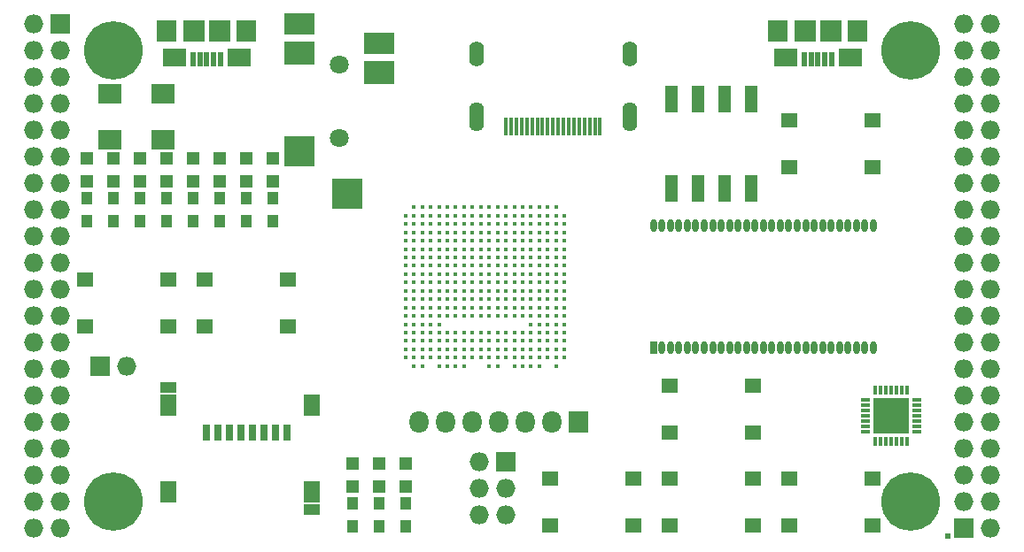
<source format=gts>
G04 #@! TF.FileFunction,Soldermask,Top*
%FSLAX46Y46*%
G04 Gerber Fmt 4.6, Leading zero omitted, Abs format (unit mm)*
G04 Created by KiCad (PCBNEW 4.0.7+dfsg1-1) date Fri Dec  8 15:08:00 2017*
%MOMM*%
%LPD*%
G01*
G04 APERTURE LIST*
%ADD10C,0.100000*%
%ADD11R,1.827200X1.827200*%
%ADD12O,1.827200X1.827200*%
%ADD13R,0.600000X0.600000*%
%ADD14C,5.600000*%
%ADD15R,1.000000X1.300000*%
%ADD16R,2.200000X1.700000*%
%ADD17R,2.000000X2.000000*%
%ADD18R,0.500000X1.450000*%
%ADD19R,1.900000X2.000000*%
%ADD20O,0.950000X0.400000*%
%ADD21O,0.400000X0.950000*%
%ADD22R,1.775000X1.775000*%
%ADD23R,1.827200X2.132000*%
%ADD24O,1.827200X2.132000*%
%ADD25R,1.650000X1.400000*%
%ADD26R,1.220000X2.540000*%
%ADD27C,0.430000*%
%ADD28R,1.300000X1.300000*%
%ADD29R,2.900000X2.100000*%
%ADD30R,2.900000X2.300000*%
%ADD31R,2.900000X2.900000*%
%ADD32C,1.800000*%
%ADD33O,1.400000X2.800000*%
%ADD34O,1.400000X2.400000*%
%ADD35R,0.350000X1.700000*%
%ADD36O,0.660000X1.200000*%
%ADD37R,0.660000X1.200000*%
%ADD38R,0.800000X1.600000*%
%ADD39R,1.550000X1.000000*%
%ADD40R,1.550000X2.100000*%
%ADD41R,2.300000X1.900000*%
G04 APERTURE END LIST*
D10*
D11*
X97910000Y-62690000D03*
D12*
X95370000Y-62690000D03*
X97910000Y-65230000D03*
X95370000Y-65230000D03*
X97910000Y-67770000D03*
X95370000Y-67770000D03*
X97910000Y-70310000D03*
X95370000Y-70310000D03*
X97910000Y-72850000D03*
X95370000Y-72850000D03*
X97910000Y-75390000D03*
X95370000Y-75390000D03*
X97910000Y-77930000D03*
X95370000Y-77930000D03*
X97910000Y-80470000D03*
X95370000Y-80470000D03*
X97910000Y-83010000D03*
X95370000Y-83010000D03*
X97910000Y-85550000D03*
X95370000Y-85550000D03*
X97910000Y-88090000D03*
X95370000Y-88090000D03*
X97910000Y-90630000D03*
X95370000Y-90630000D03*
X97910000Y-93170000D03*
X95370000Y-93170000D03*
X97910000Y-95710000D03*
X95370000Y-95710000D03*
X97910000Y-98250000D03*
X95370000Y-98250000D03*
X97910000Y-100790000D03*
X95370000Y-100790000D03*
X97910000Y-103330000D03*
X95370000Y-103330000D03*
X97910000Y-105870000D03*
X95370000Y-105870000D03*
X97910000Y-108410000D03*
X95370000Y-108410000D03*
X97910000Y-110950000D03*
X95370000Y-110950000D03*
D13*
X182675150Y-111637626D03*
D11*
X184270000Y-110950000D03*
D12*
X186810000Y-110950000D03*
X184270000Y-108410000D03*
X186810000Y-108410000D03*
X184270000Y-105870000D03*
X186810000Y-105870000D03*
X184270000Y-103330000D03*
X186810000Y-103330000D03*
X184270000Y-100790000D03*
X186810000Y-100790000D03*
X184270000Y-98250000D03*
X186810000Y-98250000D03*
X184270000Y-95710000D03*
X186810000Y-95710000D03*
X184270000Y-93170000D03*
X186810000Y-93170000D03*
X184270000Y-90630000D03*
X186810000Y-90630000D03*
X184270000Y-88090000D03*
X186810000Y-88090000D03*
X184270000Y-85550000D03*
X186810000Y-85550000D03*
X184270000Y-83010000D03*
X186810000Y-83010000D03*
X184270000Y-80470000D03*
X186810000Y-80470000D03*
X184270000Y-77930000D03*
X186810000Y-77930000D03*
X184270000Y-75390000D03*
X186810000Y-75390000D03*
X184270000Y-72850000D03*
X186810000Y-72850000D03*
X184270000Y-70310000D03*
X186810000Y-70310000D03*
X184270000Y-67770000D03*
X186810000Y-67770000D03*
X184270000Y-65230000D03*
X186810000Y-65230000D03*
X184270000Y-62690000D03*
X186810000Y-62690000D03*
D14*
X102990000Y-108410000D03*
X179190000Y-108410000D03*
X179190000Y-65230000D03*
X102990000Y-65230000D03*
D11*
X101720000Y-95456000D03*
D12*
X104260000Y-95456000D03*
D15*
X128390000Y-108580000D03*
X128390000Y-110780000D03*
X130930000Y-110780000D03*
X130930000Y-108580000D03*
D16*
X114980000Y-65875000D03*
X108780000Y-65875000D03*
D17*
X113080000Y-63325000D03*
X110680000Y-63325000D03*
D18*
X113180000Y-66000000D03*
X112530000Y-66000000D03*
X111880000Y-66000000D03*
X111230000Y-66000000D03*
X110580000Y-66000000D03*
D19*
X115680000Y-63325000D03*
X108080000Y-63325000D03*
D16*
X173400000Y-65875000D03*
X167200000Y-65875000D03*
D17*
X171500000Y-63325000D03*
X169100000Y-63325000D03*
D18*
X171600000Y-66000000D03*
X170950000Y-66000000D03*
X170300000Y-66000000D03*
X169650000Y-66000000D03*
X169000000Y-66000000D03*
D19*
X174100000Y-63325000D03*
X166500000Y-63325000D03*
D11*
X140455000Y-104600000D03*
D12*
X137915000Y-104600000D03*
X140455000Y-107140000D03*
X137915000Y-107140000D03*
X140455000Y-109680000D03*
X137915000Y-109680000D03*
D15*
X118230000Y-81570000D03*
X118230000Y-79370000D03*
X115690000Y-81570000D03*
X115690000Y-79370000D03*
X113150000Y-81570000D03*
X113150000Y-79370000D03*
X110610000Y-81570000D03*
X110610000Y-79370000D03*
X108070000Y-81570000D03*
X108070000Y-79370000D03*
X105530000Y-81570000D03*
X105530000Y-79370000D03*
X102990000Y-81570000D03*
X102990000Y-79370000D03*
X100450000Y-81570000D03*
X100450000Y-79370000D03*
D20*
X179735000Y-101655000D03*
X179735000Y-101155000D03*
X179735000Y-100655000D03*
X179735000Y-100155000D03*
X179735000Y-99655000D03*
X179735000Y-99155000D03*
X179735000Y-98655000D03*
D21*
X178785000Y-97705000D03*
X178285000Y-97705000D03*
X177785000Y-97705000D03*
X177285000Y-97705000D03*
X176785000Y-97705000D03*
X176285000Y-97705000D03*
X175785000Y-97705000D03*
D20*
X174835000Y-98655000D03*
X174835000Y-99155000D03*
X174835000Y-99655000D03*
X174835000Y-100155000D03*
X174835000Y-100655000D03*
X174835000Y-101155000D03*
X174835000Y-101655000D03*
D21*
X175785000Y-102605000D03*
X176285000Y-102605000D03*
X176785000Y-102605000D03*
X177285000Y-102605000D03*
X177785000Y-102605000D03*
X178285000Y-102605000D03*
X178785000Y-102605000D03*
D22*
X176447500Y-99317500D03*
X176447500Y-100992500D03*
X178122500Y-99317500D03*
X178122500Y-100992500D03*
D23*
X147440000Y-100790000D03*
D24*
X144900000Y-100790000D03*
X142360000Y-100790000D03*
X139820000Y-100790000D03*
X137280000Y-100790000D03*
X134740000Y-100790000D03*
X132200000Y-100790000D03*
D25*
X175550000Y-71870000D03*
X175550000Y-76370000D03*
X167590000Y-76370000D03*
X167590000Y-71870000D03*
X100280000Y-91610000D03*
X100280000Y-87110000D03*
X108240000Y-87110000D03*
X108240000Y-91610000D03*
X111710000Y-91610000D03*
X111710000Y-87110000D03*
X119670000Y-87110000D03*
X119670000Y-91610000D03*
X156160000Y-101770000D03*
X156160000Y-97270000D03*
X164120000Y-97270000D03*
X164120000Y-101770000D03*
X164120000Y-106160000D03*
X164120000Y-110660000D03*
X156160000Y-110660000D03*
X156160000Y-106160000D03*
X152690000Y-106160000D03*
X152690000Y-110660000D03*
X144730000Y-110660000D03*
X144730000Y-106160000D03*
X175550000Y-106160000D03*
X175550000Y-110660000D03*
X167590000Y-110660000D03*
X167590000Y-106160000D03*
D26*
X156330000Y-78425000D03*
X163950000Y-69815000D03*
X158870000Y-78425000D03*
X161410000Y-69815000D03*
X161410000Y-78425000D03*
X158870000Y-69815000D03*
X163950000Y-78425000D03*
X156330000Y-69815000D03*
D27*
X131680000Y-80200000D03*
X132480000Y-80200000D03*
X133280000Y-80200000D03*
X134080000Y-80200000D03*
X134880000Y-80200000D03*
X135680000Y-80200000D03*
X136480000Y-80200000D03*
X137280000Y-80200000D03*
X138080000Y-80200000D03*
X138880000Y-80200000D03*
X139680000Y-80200000D03*
X140480000Y-80200000D03*
X141280000Y-80200000D03*
X142080000Y-80200000D03*
X142880000Y-80200000D03*
X143680000Y-80200000D03*
X144480000Y-80200000D03*
X145280000Y-80200000D03*
X130880000Y-81000000D03*
X131680000Y-81000000D03*
X132480000Y-81000000D03*
X133280000Y-81000000D03*
X134080000Y-81000000D03*
X134880000Y-81000000D03*
X135680000Y-81000000D03*
X136480000Y-81000000D03*
X137280000Y-81000000D03*
X138080000Y-81000000D03*
X138880000Y-81000000D03*
X139680000Y-81000000D03*
X140480000Y-81000000D03*
X141280000Y-81000000D03*
X142080000Y-81000000D03*
X142880000Y-81000000D03*
X143680000Y-81000000D03*
X144480000Y-81000000D03*
X145280000Y-81000000D03*
X146080000Y-81000000D03*
X130880000Y-81800000D03*
X131680000Y-81800000D03*
X132480000Y-81800000D03*
X133280000Y-81800000D03*
X134080000Y-81800000D03*
X134880000Y-81800000D03*
X135680000Y-81800000D03*
X136480000Y-81800000D03*
X137280000Y-81800000D03*
X138080000Y-81800000D03*
X138880000Y-81800000D03*
X139680000Y-81800000D03*
X140480000Y-81800000D03*
X141280000Y-81800000D03*
X142080000Y-81800000D03*
X142880000Y-81800000D03*
X143680000Y-81800000D03*
X144480000Y-81800000D03*
X145280000Y-81800000D03*
X146080000Y-81800000D03*
X130880000Y-82600000D03*
X131680000Y-82600000D03*
X132480000Y-82600000D03*
X133280000Y-82600000D03*
X134080000Y-82600000D03*
X134880000Y-82600000D03*
X135680000Y-82600000D03*
X136480000Y-82600000D03*
X137280000Y-82600000D03*
X138080000Y-82600000D03*
X138880000Y-82600000D03*
X139680000Y-82600000D03*
X140480000Y-82600000D03*
X141280000Y-82600000D03*
X142080000Y-82600000D03*
X142880000Y-82600000D03*
X143680000Y-82600000D03*
X144480000Y-82600000D03*
X145280000Y-82600000D03*
X146080000Y-82600000D03*
X130880000Y-83400000D03*
X131680000Y-83400000D03*
X132480000Y-83400000D03*
X133280000Y-83400000D03*
X134080000Y-83400000D03*
X134880000Y-83400000D03*
X135680000Y-83400000D03*
X136480000Y-83400000D03*
X137280000Y-83400000D03*
X138080000Y-83400000D03*
X138880000Y-83400000D03*
X139680000Y-83400000D03*
X140480000Y-83400000D03*
X141280000Y-83400000D03*
X142080000Y-83400000D03*
X142880000Y-83400000D03*
X143680000Y-83400000D03*
X144480000Y-83400000D03*
X145280000Y-83400000D03*
X146080000Y-83400000D03*
X130880000Y-84200000D03*
X131680000Y-84200000D03*
X132480000Y-84200000D03*
X133280000Y-84200000D03*
X134080000Y-84200000D03*
X134880000Y-84200000D03*
X135680000Y-84200000D03*
X136480000Y-84200000D03*
X137280000Y-84200000D03*
X138080000Y-84200000D03*
X138880000Y-84200000D03*
X139680000Y-84200000D03*
X140480000Y-84200000D03*
X141280000Y-84200000D03*
X142080000Y-84200000D03*
X142880000Y-84200000D03*
X143680000Y-84200000D03*
X144480000Y-84200000D03*
X145280000Y-84200000D03*
X146080000Y-84200000D03*
X130880000Y-85000000D03*
X131680000Y-85000000D03*
X132480000Y-85000000D03*
X133280000Y-85000000D03*
X134080000Y-85000000D03*
X134880000Y-85000000D03*
X135680000Y-85000000D03*
X136480000Y-85000000D03*
X137280000Y-85000000D03*
X138080000Y-85000000D03*
X138880000Y-85000000D03*
X139680000Y-85000000D03*
X140480000Y-85000000D03*
X141280000Y-85000000D03*
X142080000Y-85000000D03*
X142880000Y-85000000D03*
X143680000Y-85000000D03*
X144480000Y-85000000D03*
X145280000Y-85000000D03*
X146080000Y-85000000D03*
X130880000Y-85800000D03*
X131680000Y-85800000D03*
X132480000Y-85800000D03*
X133280000Y-85800000D03*
X134080000Y-85800000D03*
X134880000Y-85800000D03*
X135680000Y-85800000D03*
X136480000Y-85800000D03*
X137280000Y-85800000D03*
X138080000Y-85800000D03*
X138880000Y-85800000D03*
X139680000Y-85800000D03*
X140480000Y-85800000D03*
X141280000Y-85800000D03*
X142080000Y-85800000D03*
X142880000Y-85800000D03*
X143680000Y-85800000D03*
X144480000Y-85800000D03*
X145280000Y-85800000D03*
X146080000Y-85800000D03*
X130880000Y-86600000D03*
X131680000Y-86600000D03*
X132480000Y-86600000D03*
X133280000Y-86600000D03*
X134080000Y-86600000D03*
X134880000Y-86600000D03*
X135680000Y-86600000D03*
X136480000Y-86600000D03*
X137280000Y-86600000D03*
X138080000Y-86600000D03*
X138880000Y-86600000D03*
X139680000Y-86600000D03*
X140480000Y-86600000D03*
X141280000Y-86600000D03*
X142080000Y-86600000D03*
X142880000Y-86600000D03*
X143680000Y-86600000D03*
X144480000Y-86600000D03*
X145280000Y-86600000D03*
X146080000Y-86600000D03*
X130880000Y-87400000D03*
X131680000Y-87400000D03*
X132480000Y-87400000D03*
X133280000Y-87400000D03*
X134080000Y-87400000D03*
X134880000Y-87400000D03*
X135680000Y-87400000D03*
X136480000Y-87400000D03*
X137280000Y-87400000D03*
X138080000Y-87400000D03*
X138880000Y-87400000D03*
X139680000Y-87400000D03*
X140480000Y-87400000D03*
X141280000Y-87400000D03*
X142080000Y-87400000D03*
X142880000Y-87400000D03*
X143680000Y-87400000D03*
X144480000Y-87400000D03*
X145280000Y-87400000D03*
X146080000Y-87400000D03*
X130880000Y-88200000D03*
X131680000Y-88200000D03*
X132480000Y-88200000D03*
X133280000Y-88200000D03*
X134080000Y-88200000D03*
X134880000Y-88200000D03*
X135680000Y-88200000D03*
X136480000Y-88200000D03*
X137280000Y-88200000D03*
X138080000Y-88200000D03*
X138880000Y-88200000D03*
X139680000Y-88200000D03*
X140480000Y-88200000D03*
X141280000Y-88200000D03*
X142080000Y-88200000D03*
X142880000Y-88200000D03*
X143680000Y-88200000D03*
X144480000Y-88200000D03*
X145280000Y-88200000D03*
X146080000Y-88200000D03*
X130880000Y-89000000D03*
X131680000Y-89000000D03*
X132480000Y-89000000D03*
X133280000Y-89000000D03*
X134080000Y-89000000D03*
X134880000Y-89000000D03*
X135680000Y-89000000D03*
X136480000Y-89000000D03*
X137280000Y-89000000D03*
X138080000Y-89000000D03*
X138880000Y-89000000D03*
X139680000Y-89000000D03*
X140480000Y-89000000D03*
X141280000Y-89000000D03*
X142080000Y-89000000D03*
X142880000Y-89000000D03*
X143680000Y-89000000D03*
X144480000Y-89000000D03*
X145280000Y-89000000D03*
X146080000Y-89000000D03*
X130880000Y-89800000D03*
X131680000Y-89800000D03*
X132480000Y-89800000D03*
X133280000Y-89800000D03*
X134080000Y-89800000D03*
X134880000Y-89800000D03*
X135680000Y-89800000D03*
X136480000Y-89800000D03*
X137280000Y-89800000D03*
X138080000Y-89800000D03*
X138880000Y-89800000D03*
X139680000Y-89800000D03*
X140480000Y-89800000D03*
X141280000Y-89800000D03*
X142080000Y-89800000D03*
X142880000Y-89800000D03*
X143680000Y-89800000D03*
X144480000Y-89800000D03*
X145280000Y-89800000D03*
X146080000Y-89800000D03*
X130880000Y-90600000D03*
X131680000Y-90600000D03*
X132480000Y-90600000D03*
X133280000Y-90600000D03*
X134080000Y-90600000D03*
X134880000Y-90600000D03*
X135680000Y-90600000D03*
X136480000Y-90600000D03*
X137280000Y-90600000D03*
X138080000Y-90600000D03*
X138880000Y-90600000D03*
X139680000Y-90600000D03*
X140480000Y-90600000D03*
X141280000Y-90600000D03*
X142080000Y-90600000D03*
X142880000Y-90600000D03*
X143680000Y-90600000D03*
X144480000Y-90600000D03*
X145280000Y-90600000D03*
X146080000Y-90600000D03*
X130880000Y-91400000D03*
X131680000Y-91400000D03*
X132480000Y-91400000D03*
X133280000Y-91400000D03*
X134080000Y-91400000D03*
X142880000Y-91400000D03*
X143680000Y-91400000D03*
X144480000Y-91400000D03*
X145280000Y-91400000D03*
X146080000Y-91400000D03*
X130880000Y-92200000D03*
X131680000Y-92200000D03*
X132480000Y-92200000D03*
X133280000Y-92200000D03*
X134080000Y-92200000D03*
X134880000Y-92200000D03*
X135680000Y-92200000D03*
X136480000Y-92200000D03*
X137280000Y-92200000D03*
X138080000Y-92200000D03*
X138880000Y-92200000D03*
X139680000Y-92200000D03*
X140480000Y-92200000D03*
X141280000Y-92200000D03*
X142080000Y-92200000D03*
X142880000Y-92200000D03*
X143680000Y-92200000D03*
X144480000Y-92200000D03*
X145280000Y-92200000D03*
X146080000Y-92200000D03*
X130880000Y-93000000D03*
X131680000Y-93000000D03*
X132480000Y-93000000D03*
X133280000Y-93000000D03*
X134080000Y-93000000D03*
X134880000Y-93000000D03*
X135680000Y-93000000D03*
X136480000Y-93000000D03*
X137280000Y-93000000D03*
X138080000Y-93000000D03*
X138880000Y-93000000D03*
X139680000Y-93000000D03*
X140480000Y-93000000D03*
X141280000Y-93000000D03*
X142080000Y-93000000D03*
X142880000Y-93000000D03*
X143680000Y-93000000D03*
X144480000Y-93000000D03*
X145280000Y-93000000D03*
X146080000Y-93000000D03*
X130880000Y-93800000D03*
X131680000Y-93800000D03*
X132480000Y-93800000D03*
X133280000Y-93800000D03*
X134080000Y-93800000D03*
X134880000Y-93800000D03*
X135680000Y-93800000D03*
X136480000Y-93800000D03*
X137280000Y-93800000D03*
X138080000Y-93800000D03*
X138880000Y-93800000D03*
X139680000Y-93800000D03*
X140480000Y-93800000D03*
X141280000Y-93800000D03*
X142080000Y-93800000D03*
X142880000Y-93800000D03*
X143680000Y-93800000D03*
X144480000Y-93800000D03*
X145280000Y-93800000D03*
X146080000Y-93800000D03*
X130880000Y-94600000D03*
X131680000Y-94600000D03*
X132480000Y-94600000D03*
X133280000Y-94600000D03*
X134080000Y-94600000D03*
X134880000Y-94600000D03*
X135680000Y-94600000D03*
X136480000Y-94600000D03*
X137280000Y-94600000D03*
X138080000Y-94600000D03*
X138880000Y-94600000D03*
X139680000Y-94600000D03*
X140480000Y-94600000D03*
X141280000Y-94600000D03*
X142080000Y-94600000D03*
X142880000Y-94600000D03*
X143680000Y-94600000D03*
X144480000Y-94600000D03*
X145280000Y-94600000D03*
X146080000Y-94600000D03*
X131680000Y-95400000D03*
X132480000Y-95400000D03*
X134080000Y-95400000D03*
X134880000Y-95400000D03*
X135680000Y-95400000D03*
X136480000Y-95400000D03*
X138880000Y-95400000D03*
X139680000Y-95400000D03*
X141280000Y-95400000D03*
X142080000Y-95400000D03*
X142880000Y-95400000D03*
X143680000Y-95400000D03*
X145280000Y-95400000D03*
D28*
X125850000Y-104770000D03*
X125850000Y-106970000D03*
D15*
X125850000Y-108580000D03*
X125850000Y-110780000D03*
D28*
X128390000Y-104770000D03*
X128390000Y-106970000D03*
X118230000Y-77760000D03*
X118230000Y-75560000D03*
X115690000Y-77760000D03*
X115690000Y-75560000D03*
X113150000Y-77760000D03*
X113150000Y-75560000D03*
X110610000Y-77760000D03*
X110610000Y-75560000D03*
X108070000Y-77760000D03*
X108070000Y-75560000D03*
X105530000Y-77760000D03*
X105530000Y-75560000D03*
X102990000Y-77760000D03*
X102990000Y-75560000D03*
X100450000Y-77760000D03*
X100450000Y-75560000D03*
X130930000Y-104770000D03*
X130930000Y-106970000D03*
D29*
X120780000Y-62648000D03*
D30*
X120780000Y-65448000D03*
D31*
X120780000Y-74848000D03*
X125330000Y-78948000D03*
D30*
X128380000Y-67348000D03*
D29*
X128380000Y-64548000D03*
D32*
X124580000Y-66548000D03*
X124580000Y-73548000D03*
D33*
X152280000Y-71550000D03*
X137680000Y-71550000D03*
D34*
X137680000Y-65500000D03*
D35*
X140480000Y-72500000D03*
X140980000Y-72500000D03*
X141480000Y-72500000D03*
X141980000Y-72500000D03*
X142480000Y-72500000D03*
X142980000Y-72500000D03*
X143480000Y-72500000D03*
X143980000Y-72500000D03*
X144480000Y-72500000D03*
X144980000Y-72500000D03*
X145480000Y-72500000D03*
X145980000Y-72500000D03*
X146480000Y-72500000D03*
X146980000Y-72500000D03*
X147480000Y-72500000D03*
X147980000Y-72500000D03*
X148480000Y-72500000D03*
X148980000Y-72500000D03*
X149480000Y-72500000D03*
D34*
X152280000Y-65500000D03*
D36*
X175597000Y-81920000D03*
D37*
X154589000Y-93680000D03*
D36*
X155397000Y-93680000D03*
X156205000Y-93680000D03*
X157013000Y-93680000D03*
X157821000Y-93680000D03*
X158629000Y-93680000D03*
X159437000Y-93680000D03*
X160245000Y-93680000D03*
X161053000Y-93680000D03*
X161861000Y-93680000D03*
X162669000Y-93680000D03*
X163477000Y-93680000D03*
X164285000Y-93680000D03*
X165093000Y-93680000D03*
X165901000Y-93680000D03*
X166709000Y-93680000D03*
X167517000Y-93680000D03*
X168325000Y-93680000D03*
X169133000Y-93680000D03*
X169941000Y-93680000D03*
X170749000Y-93680000D03*
X171557000Y-93680000D03*
X172365000Y-93680000D03*
X173173000Y-93680000D03*
X173981000Y-93680000D03*
X174789000Y-93680000D03*
X175597000Y-93680000D03*
X174789000Y-81920000D03*
X173981000Y-81920000D03*
X173173000Y-81920000D03*
X172365000Y-81920000D03*
X171557000Y-81920000D03*
X170749000Y-81920000D03*
X169941000Y-81920000D03*
X169133000Y-81920000D03*
X168325000Y-81920000D03*
X167517000Y-81920000D03*
X166709000Y-81920000D03*
X165901000Y-81920000D03*
X165093000Y-81920000D03*
X164285000Y-81920000D03*
X163477000Y-81920000D03*
X162669000Y-81920000D03*
X161861000Y-81920000D03*
X161053000Y-81920000D03*
X160245000Y-81920000D03*
X159437000Y-81920000D03*
X158629000Y-81920000D03*
X157821000Y-81920000D03*
X157013000Y-81920000D03*
X156205000Y-81920000D03*
X155397000Y-81920000D03*
X154589000Y-81920000D03*
D38*
X111850000Y-101750000D03*
X112950000Y-101750000D03*
X114050000Y-101750000D03*
X115150000Y-101750000D03*
X116250000Y-101750000D03*
X117350000Y-101750000D03*
X118450000Y-101750000D03*
X119550000Y-101750000D03*
D39*
X108175000Y-97450000D03*
X121925000Y-109150000D03*
D40*
X121925000Y-99150000D03*
X108175000Y-99150000D03*
X108175000Y-107450000D03*
X121925000Y-107450000D03*
D41*
X107664000Y-69380000D03*
X102584000Y-69380000D03*
X102584000Y-73780000D03*
X107664000Y-73780000D03*
M02*

</source>
